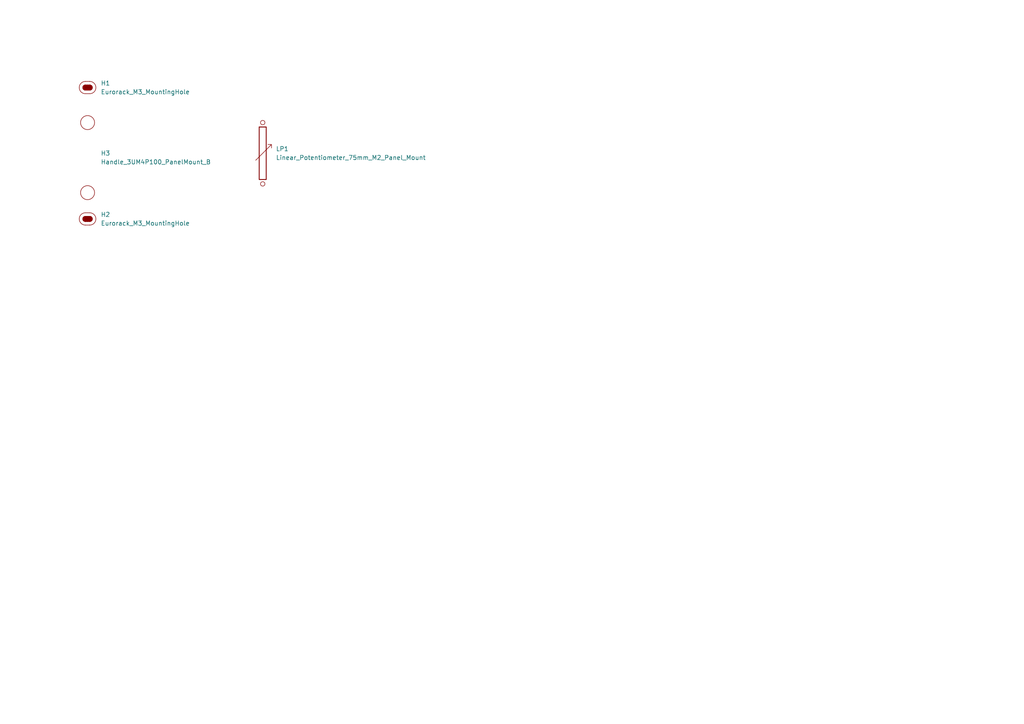
<source format=kicad_sch>
(kicad_sch (version 20250114) (generator "eeschema") (generator_version "9.0")
  (paper "A4")
  (lib_symbols
    (symbol "EXC:Eurorack_M3_MountingHole" (pin_names (offset 1.016))
      (property "Reference" "H" (at 0 5.08 0))
      (property "Value" "Eurorack_M3_MountingHole" (at 0 3.175 0))
      (symbol "Eurorack_M3_MountingHole_0_1"
        (polyline (pts (xy -0.635 0.762) (xy 0.635 0.762)))
        (circle (center -0.635 0) (radius 0.762) (fill (type outline)))
        (arc (start -0.635 -0.762) (mid -1.397 0) (end -0.635 0.762))
        (arc (start -0.635 -1.778) (mid -2.413 0) (end -0.635 1.778))
        (polyline (pts (xy -0.635 -0.762) (xy 0.635 -0.762)))
        (polyline (pts (xy -0.635 -1.778) (xy 0.635 -1.778)))
        (circle (center 0 0) (radius 0.762) (fill (type outline)))
        (polyline (pts (xy 0.635 1.778) (xy -0.635 1.778)))
        (arc (start 0.6141 1.778) (mid 2.4131 0) (end 0.6141 -1.778))
        (arc (start 0.6227 0.762) (mid 1.3971 0) (end 0.6227 -0.762))
        (circle (center 0.635 0) (radius 0.762) (fill (type outline)))
      )
    )
    (symbol "EXC:Handle_3UM4P100_B"
      (property "Reference" "H" (at 0 -3.302 0))
      (property "Value" "Handle_3UM4P100_PanelMount_B" (at 0.254 -25.4 0))
      (symbol "Handle_3UM4P100_B_0_1"
        (circle (center 0 0) (radius 2.032))
        (circle (center 0 -20.32) (radius 2.032))
      )
    )
    (symbol "EXC:Linear_Potentiometer_75mm_M2_Panel_Mount" (pin_numbers (hide yes)) (pin_names (offset 0))
      (property "Reference" "LP" (at 0 10.668 0))
      (property "Value" "Linear_Potentiometer_75mm_M2_Panel_Mount" (at -0.254 -11.176 0))
      (symbol "Linear_Potentiometer_75mm_M2_Panel_Mount_0_1"
        (rectangle (start -1.016 7.62) (end 1.016 -7.62) (stroke (width 0.254)))
        (circle (center 0 8.89) (radius 0.635))
        (circle (center 0 -8.89) (radius 0.635))
        (polyline (pts (xy 2.54 1.524) (xy 2.54 2.54) (xy 1.524 2.54) (xy 2.54 2.54) (xy -2.032 -2.032)))
      )
    )
  )
  (symbol (lib_id "EXC:Handle_3UM4P100_B") (at 25.4 35.56 0) (unit 1)
    (property "Reference" "H3" (at 29.21 44.4499 0) (effects (justify left)))
    (property "Value" "Handle_3UM4P100_PanelMount_B" (at 29.21 46.9899 0) (effects (justify left)))
    (property "Footprint" "EXC:Handle_3UM4P100_B" (effects (hide yes)))
    (property "Datasheet" "https://ae-pic-a1.aliexpress-media.com/kf/Sad31a7a115c54e08a124ccf5d0f4e5e8r.jpg_960x960q75.jpg" (effects (hide yes)))
    (property "Description" "The part of the handle that has the holes for the screws' heads" (effects (hide yes)))
    (property "Source" "https://www.aliexpress.com/item/1005007166949940.html" (effects (hide yes)))
  )
  (symbol (lib_id "EXC:Linear_Potentiometer_75mm_M2_Panel_Mount") (at 76.2 44.45 0) (unit 1)
    (property "Reference" "LP1" (at 80.01 43.1799 0) (effects (justify left)))
    (property "Value" "Linear_Potentiometer_75mm_M2_Panel_Mount" (at 80.01 45.7199 0) (effects (justify left)))
    (property "Footprint" "EXC:Linear_Potentiometer_75mm_M2_Panel_Mount" (effects (hide yes)))
    (property "Datasheet" "https://cdn-shop.adafruit.com/product-files/4219/4219_C11375.pdf" (effects (hide yes)))
    (property "Description" "Slide Potentiometer with Knob - 75mm Long - 10KΩ. Panel-mounted with 2x M2 screws, 71mm apart." (effects (hide yes)))
    (property "Source" "https://www.adafruit.com/product/4219" (effects (hide yes)))
  )
  (symbol (lib_id "EXC:Eurorack_M3_MountingHole") (at 25.4 25.4 0) (unit 1)
    (property "Reference" "H1" (at 29.21 24.1299 0) (effects (justify left)))
    (property "Value" "Eurorack_M3_MountingHole" (at 29.21 26.6699 0) (effects (justify left)))
    (property "Footprint" "EXC:MountingHole_3.2mm_M3" (effects (hide yes)))
    (property "Description" "Mounting Hole without connection" (effects (hide yes)))
  )
  (symbol (lib_id "EXC:Eurorack_M3_MountingHole") (at 25.4 63.5 0) (unit 1)
    (property "Reference" "H2" (at 29.21 62.2299 0) (effects (justify left)))
    (property "Value" "Eurorack_M3_MountingHole" (at 29.21 64.7699 0) (effects (justify left)))
    (property "Footprint" "EXC:MountingHole_3.2mm_M3" (effects (hide yes)))
    (property "Description" "Mounting Hole without connection" (effects (hide yes)))
  )
)
</source>
